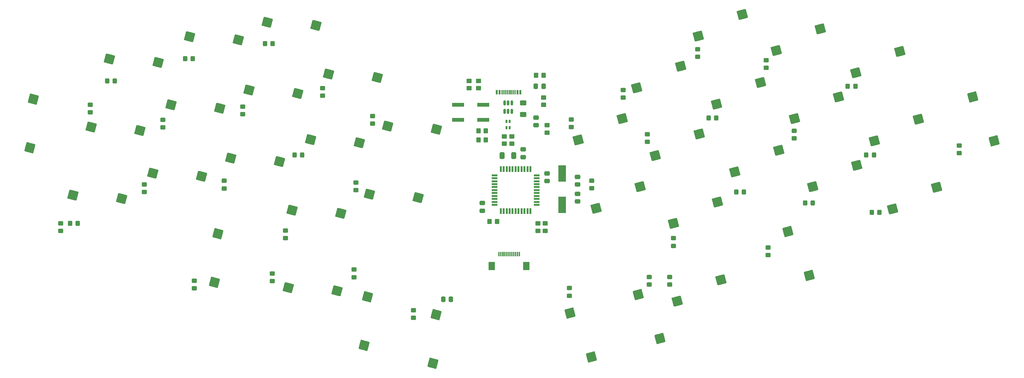
<source format=gbr>
%TF.GenerationSoftware,KiCad,Pcbnew,7.0.8*%
%TF.CreationDate,2023-10-18T22:01:12+02:00*%
%TF.ProjectId,acacia-2,61636163-6961-42d3-922e-6b696361645f,rev?*%
%TF.SameCoordinates,Original*%
%TF.FileFunction,Paste,Bot*%
%TF.FilePolarity,Positive*%
%FSLAX46Y46*%
G04 Gerber Fmt 4.6, Leading zero omitted, Abs format (unit mm)*
G04 Created by KiCad (PCBNEW 7.0.8) date 2023-10-18 22:01:12*
%MOMM*%
%LPD*%
G01*
G04 APERTURE LIST*
G04 Aperture macros list*
%AMRoundRect*
0 Rectangle with rounded corners*
0 $1 Rounding radius*
0 $2 $3 $4 $5 $6 $7 $8 $9 X,Y pos of 4 corners*
0 Add a 4 corners polygon primitive as box body*
4,1,4,$2,$3,$4,$5,$6,$7,$8,$9,$2,$3,0*
0 Add four circle primitives for the rounded corners*
1,1,$1+$1,$2,$3*
1,1,$1+$1,$4,$5*
1,1,$1+$1,$6,$7*
1,1,$1+$1,$8,$9*
0 Add four rect primitives between the rounded corners*
20,1,$1+$1,$2,$3,$4,$5,0*
20,1,$1+$1,$4,$5,$6,$7,0*
20,1,$1+$1,$6,$7,$8,$9,0*
20,1,$1+$1,$8,$9,$2,$3,0*%
G04 Aperture macros list end*
%ADD10RoundRect,0.200000X-0.766610X-1.292453X1.310130X-0.735992X0.766610X1.292453X-1.310130X0.735992X0*%
%ADD11RoundRect,0.200000X-1.310130X-0.735992X0.766610X-1.292453X1.310130X0.735992X-0.766610X1.292453X0*%
%ADD12RoundRect,0.200000X-1.292453X0.766610X-0.735992X-1.310130X1.292453X-0.766610X0.735992X1.310130X0*%
%ADD13RoundRect,0.200000X0.735992X-1.310130X1.292453X0.766610X-0.735992X1.310130X-1.292453X-0.766610X0*%
%ADD14RoundRect,0.250000X0.325000X0.450000X-0.325000X0.450000X-0.325000X-0.450000X0.325000X-0.450000X0*%
%ADD15R,2.000000X4.500000*%
%ADD16RoundRect,0.250000X-0.450000X0.325000X-0.450000X-0.325000X0.450000X-0.325000X0.450000X0.325000X0*%
%ADD17RoundRect,0.250000X-0.450000X0.350000X-0.450000X-0.350000X0.450000X-0.350000X0.450000X0.350000X0*%
%ADD18RoundRect,0.025500X-0.229500X-0.354500X0.229500X-0.354500X0.229500X0.354500X-0.229500X0.354500X0*%
%ADD19RoundRect,0.250000X0.450000X-0.325000X0.450000X0.325000X-0.450000X0.325000X-0.450000X-0.325000X0*%
%ADD20RoundRect,0.250000X0.475000X-0.337500X0.475000X0.337500X-0.475000X0.337500X-0.475000X-0.337500X0*%
%ADD21RoundRect,0.250000X-0.325000X-0.450000X0.325000X-0.450000X0.325000X0.450000X-0.325000X0.450000X0*%
%ADD22RoundRect,0.250000X0.337500X0.475000X-0.337500X0.475000X-0.337500X-0.475000X0.337500X-0.475000X0*%
%ADD23R,3.200000X1.000000*%
%ADD24RoundRect,0.250000X0.350000X0.450000X-0.350000X0.450000X-0.350000X-0.450000X0.350000X-0.450000X0*%
%ADD25RoundRect,0.250000X-0.475000X0.337500X-0.475000X-0.337500X0.475000X-0.337500X0.475000X0.337500X0*%
%ADD26RoundRect,0.250000X-0.412500X-0.650000X0.412500X-0.650000X0.412500X0.650000X-0.412500X0.650000X0*%
%ADD27RoundRect,0.250000X0.450000X-0.350000X0.450000X0.350000X-0.450000X0.350000X-0.450000X-0.350000X0*%
%ADD28R,0.550000X1.500000*%
%ADD29R,1.500000X0.550000*%
%ADD30RoundRect,0.150000X-0.150000X0.512500X-0.150000X-0.512500X0.150000X-0.512500X0.150000X0.512500X0*%
%ADD31R,0.600000X1.150000*%
%ADD32R,0.300000X1.150000*%
%ADD33R,0.300000X1.300000*%
%ADD34R,1.800000X2.200000*%
%ADD35RoundRect,0.250000X-0.350000X-0.450000X0.350000X-0.450000X0.350000X0.450000X-0.350000X0.450000X0*%
%ADD36RoundRect,0.250000X-0.625000X0.400000X-0.625000X-0.400000X0.625000X-0.400000X0.625000X0.400000X0*%
G04 APERTURE END LIST*
D10*
%TO.C,SW18*%
X213599015Y-57280281D03*
X225428138Y-51481076D03*
%TD*%
D11*
%TO.C,SW5*%
X125013816Y-63212815D03*
X138157739Y-64105118D03*
%TD*%
D10*
%TO.C,SW10*%
X251099015Y-48880281D03*
X262928138Y-43081076D03*
%TD*%
%TO.C,SW9*%
X229692112Y-42795082D03*
X241521235Y-36995877D03*
%TD*%
D11*
%TO.C,SW24*%
X82806913Y-71898014D03*
X95950836Y-72790317D03*
%TD*%
D10*
%TO.C,SW28*%
X201992112Y-89495082D03*
X213821235Y-83695877D03*
%TD*%
D12*
%TO.C,SW39*%
X282604918Y-55392112D03*
X288404123Y-67221235D03*
%TD*%
D11*
%TO.C,SW2*%
X71706913Y-39098014D03*
X84850836Y-39990317D03*
%TD*%
%TO.C,SW25*%
X99306913Y-85898014D03*
X112450836Y-86790317D03*
%TD*%
D12*
%TO.C,SW36*%
X174119719Y-113699015D03*
X179918924Y-125528138D03*
%TD*%
D11*
%TO.C,SW23*%
X61813816Y-75912815D03*
X74957739Y-76805118D03*
%TD*%
D13*
%TO.C,SW32*%
X28712815Y-69093087D03*
X29605118Y-55949164D03*
%TD*%
%TO.C,SW26*%
X118698014Y-122393087D03*
X119590317Y-109249164D03*
%TD*%
D11*
%TO.C,SW15*%
X120113816Y-81612815D03*
X133257739Y-82505118D03*
%TD*%
D10*
%TO.C,SW16*%
X181199015Y-85380281D03*
X193028138Y-79581076D03*
%TD*%
%TO.C,SW37*%
X202992112Y-110495082D03*
X214821235Y-104695877D03*
%TD*%
D11*
%TO.C,SW12*%
X66713816Y-57512815D03*
X79857739Y-58405118D03*
%TD*%
D10*
%TO.C,SW31*%
X261005918Y-85565480D03*
X272835041Y-79766275D03*
%TD*%
%TO.C,SW7*%
X192099015Y-52880281D03*
X203928138Y-47081076D03*
%TD*%
D13*
%TO.C,SW35*%
X137227616Y-127279281D03*
X138119919Y-114135358D03*
%TD*%
D11*
%TO.C,SW4*%
X109113816Y-49212815D03*
X122257739Y-50105118D03*
%TD*%
%TO.C,SW34*%
X111450836Y-107690317D03*
X98306913Y-106798014D03*
%TD*%
%TO.C,SW22*%
X40306913Y-81898014D03*
X53450836Y-82790317D03*
%TD*%
D10*
%TO.C,SW6*%
X176392112Y-66995082D03*
X188221235Y-61195877D03*
%TD*%
%TO.C,SW8*%
X208692112Y-38895082D03*
X220521235Y-33095877D03*
%TD*%
D11*
%TO.C,SW13*%
X87706913Y-53498014D03*
X100850836Y-54390317D03*
%TD*%
D10*
%TO.C,SW17*%
X197099015Y-71180281D03*
X208928138Y-65381076D03*
%TD*%
D11*
%TO.C,SW1*%
X50113816Y-45112815D03*
X63257739Y-46005118D03*
%TD*%
D10*
%TO.C,SW19*%
X234599015Y-61180281D03*
X246428138Y-55381076D03*
%TD*%
%TO.C,SW20*%
X256099015Y-67180281D03*
X267928138Y-61381076D03*
%TD*%
D11*
%TO.C,SW11*%
X45206913Y-63498014D03*
X58350836Y-64390317D03*
%TD*%
D13*
%TO.C,SW33*%
X78398014Y-105393087D03*
X79290317Y-92249164D03*
%TD*%
D12*
%TO.C,SW27*%
X192534520Y-108705918D03*
X198333725Y-120535041D03*
%TD*%
D10*
%TO.C,SW30*%
X239499015Y-79580281D03*
X251328138Y-73781076D03*
%TD*%
D11*
%TO.C,SW3*%
X92606913Y-35198014D03*
X105750836Y-36090317D03*
%TD*%
D10*
%TO.C,SW29*%
X218559015Y-75580281D03*
X230388138Y-69781076D03*
%TD*%
D11*
%TO.C,SW14*%
X104303816Y-66832815D03*
X117447739Y-67725118D03*
%TD*%
D12*
%TO.C,SW38*%
X232804918Y-91692112D03*
X238604123Y-103521235D03*
%TD*%
D14*
%TO.C,D21*%
X41550000Y-89500000D03*
X39500000Y-89500000D03*
%TD*%
D15*
%TO.C,Y1*%
X172000000Y-84500000D03*
X172000000Y-76000000D03*
%TD*%
D16*
%TO.C,D6*%
X174500000Y-61450000D03*
X174500000Y-63500000D03*
%TD*%
D17*
%TO.C,R6*%
X147000000Y-51000000D03*
X147000000Y-53000000D03*
%TD*%
D18*
%TO.C,FL1*%
X157065000Y-63670000D03*
X157065000Y-62000000D03*
X157935000Y-62000000D03*
X157935000Y-63670000D03*
%TD*%
D19*
%TO.C,D31*%
X37000000Y-91550000D03*
X37000000Y-89500000D03*
%TD*%
D20*
%TO.C,C5*%
X161500000Y-71575000D03*
X161500000Y-69500000D03*
%TD*%
D17*
%TO.C,R7*%
X149500000Y-51000000D03*
X149500000Y-53000000D03*
%TD*%
D21*
%TO.C,D14*%
X99950000Y-71000000D03*
X102000000Y-71000000D03*
%TD*%
D16*
%TO.C,D25*%
X116000000Y-101950000D03*
X116000000Y-104000000D03*
%TD*%
%TO.C,D35*%
X174000000Y-106950000D03*
X174000000Y-109000000D03*
%TD*%
D22*
%TO.C,C6*%
X142075000Y-110000000D03*
X140000000Y-110000000D03*
%TD*%
D16*
%TO.C,D17*%
X195000000Y-65450000D03*
X195000000Y-67500000D03*
%TD*%
D19*
%TO.C,D27*%
X202000000Y-95550000D03*
X202000000Y-93500000D03*
%TD*%
D23*
%TO.C,SW21*%
X150800000Y-57500000D03*
X144000000Y-57500000D03*
X150800000Y-61500000D03*
X144000000Y-61500000D03*
%TD*%
D16*
%TO.C,D34*%
X132000000Y-112950000D03*
X132000000Y-115000000D03*
%TD*%
D20*
%TO.C,C9*%
X150500000Y-86075000D03*
X150500000Y-84000000D03*
%TD*%
D16*
%TO.C,D11*%
X44950000Y-57450000D03*
X44950000Y-59500000D03*
%TD*%
D19*
%TO.C,D13*%
X86000000Y-60050000D03*
X86000000Y-58000000D03*
%TD*%
D14*
%TO.C,D1*%
X51550000Y-51000000D03*
X49500000Y-51000000D03*
%TD*%
D17*
%TO.C,FB1*%
X168000000Y-63000000D03*
X168000000Y-65000000D03*
%TD*%
D21*
%TO.C,D10*%
X248950000Y-52500000D03*
X251000000Y-52500000D03*
%TD*%
D16*
%TO.C,D15*%
X116500000Y-78450000D03*
X116500000Y-80500000D03*
%TD*%
D24*
%TO.C,R5*%
X154500000Y-89000000D03*
X152500000Y-89000000D03*
%TD*%
%TO.C,R10*%
X167000000Y-49500000D03*
X165000000Y-49500000D03*
%TD*%
D19*
%TO.C,D37*%
X227500000Y-98050000D03*
X227500000Y-96000000D03*
%TD*%
D25*
%TO.C,C3*%
X176200000Y-81500000D03*
X176200000Y-83575000D03*
%TD*%
D26*
%TO.C,C1*%
X155875000Y-71200000D03*
X159000000Y-71200000D03*
%TD*%
D19*
%TO.C,D19*%
X234500000Y-66550000D03*
X234500000Y-64500000D03*
%TD*%
D20*
%TO.C,C4*%
X176200000Y-79000000D03*
X176200000Y-76925000D03*
%TD*%
D22*
%TO.C,C8*%
X167037500Y-52500000D03*
X164962500Y-52500000D03*
%TD*%
D14*
%TO.C,D2*%
X72550000Y-45000000D03*
X70500000Y-45000000D03*
%TD*%
D19*
%TO.C,D7*%
X188500000Y-55550000D03*
X188500000Y-53500000D03*
%TD*%
D25*
%TO.C,C7*%
X165000000Y-60925000D03*
X165000000Y-63000000D03*
%TD*%
%TO.C,C2*%
X168000000Y-76000000D03*
X168000000Y-78075000D03*
%TD*%
D17*
%TO.C,R8*%
X158500000Y-66000000D03*
X158500000Y-68000000D03*
%TD*%
D19*
%TO.C,D22*%
X59500000Y-81050000D03*
X59500000Y-79000000D03*
%TD*%
D27*
%TO.C,FB2*%
X167000000Y-57500000D03*
X167000000Y-55500000D03*
%TD*%
D24*
%TO.C,R1*%
X151500000Y-64500000D03*
X149500000Y-64500000D03*
%TD*%
D16*
%TO.C,D36*%
X201000000Y-103950000D03*
X201000000Y-106000000D03*
%TD*%
D19*
%TO.C,D9*%
X227000000Y-47525000D03*
X227000000Y-45475000D03*
%TD*%
%TO.C,D24*%
X97500000Y-93500000D03*
X97500000Y-91450000D03*
%TD*%
D14*
%TO.C,D29*%
X239550000Y-84000000D03*
X237500000Y-84000000D03*
%TD*%
D17*
%TO.C,R9*%
X156500000Y-66000000D03*
X156500000Y-68000000D03*
%TD*%
D21*
%TO.C,D18*%
X211450000Y-61000000D03*
X213500000Y-61000000D03*
%TD*%
D28*
%TO.C,U1*%
X155500000Y-74800000D03*
X156300000Y-74800000D03*
X157100000Y-74800000D03*
X157900000Y-74800000D03*
X158700000Y-74800000D03*
X159500000Y-74800000D03*
X160300000Y-74800000D03*
X161100000Y-74800000D03*
X161900000Y-74800000D03*
X162700000Y-74800000D03*
X163500000Y-74800000D03*
D29*
X165200000Y-76500000D03*
X165200000Y-77300000D03*
X165200000Y-78100000D03*
X165200000Y-78900000D03*
X165200000Y-79700000D03*
X165200000Y-80500000D03*
X165200000Y-81300000D03*
X165200000Y-82100000D03*
X165200000Y-82900000D03*
X165200000Y-83700000D03*
X165200000Y-84500000D03*
D28*
X163500000Y-86200000D03*
X162700000Y-86200000D03*
X161900000Y-86200000D03*
X161100000Y-86200000D03*
X160300000Y-86200000D03*
X159500000Y-86200000D03*
X158700000Y-86200000D03*
X157900000Y-86200000D03*
X157100000Y-86200000D03*
X156300000Y-86200000D03*
X155500000Y-86200000D03*
D29*
X153800000Y-84500000D03*
X153800000Y-83700000D03*
X153800000Y-82900000D03*
X153800000Y-82100000D03*
X153800000Y-81300000D03*
X153800000Y-80500000D03*
X153800000Y-79700000D03*
X153800000Y-78900000D03*
X153800000Y-78100000D03*
X153800000Y-77300000D03*
X153800000Y-76500000D03*
%TD*%
D16*
%TO.C,D16*%
X180000000Y-77950000D03*
X180000000Y-80000000D03*
%TD*%
%TO.C,D33*%
X94000000Y-103000000D03*
X94000000Y-105050000D03*
%TD*%
D30*
%TO.C,U2*%
X156550000Y-57000000D03*
X157500000Y-57000000D03*
X158450000Y-57000000D03*
X158450000Y-59275000D03*
X157500000Y-59275000D03*
X156550000Y-59275000D03*
%TD*%
D31*
%TO.C,J3*%
X154410000Y-54075000D03*
X155210000Y-54075000D03*
D32*
X156360000Y-54075000D03*
X157360000Y-54075000D03*
X157860000Y-54075000D03*
X158860000Y-54075000D03*
D31*
X160010000Y-54075000D03*
X160810000Y-54075000D03*
D32*
X159360000Y-54075000D03*
X158360000Y-54075000D03*
X156860000Y-54075000D03*
X155860000Y-54075000D03*
%TD*%
D14*
%TO.C,D3*%
X94050000Y-41000000D03*
X92000000Y-41000000D03*
%TD*%
D19*
%TO.C,D38*%
X279000000Y-70550000D03*
X279000000Y-68500000D03*
%TD*%
%TO.C,D4*%
X107500000Y-55050000D03*
X107500000Y-53000000D03*
%TD*%
D21*
%TO.C,D20*%
X253950000Y-71000000D03*
X256000000Y-71000000D03*
%TD*%
D17*
%TO.C,R3*%
X167500000Y-89500000D03*
X167500000Y-91500000D03*
%TD*%
D16*
%TO.C,D5*%
X121000000Y-60500000D03*
X121000000Y-62550000D03*
%TD*%
D19*
%TO.C,D32*%
X73000000Y-107025000D03*
X73000000Y-104975000D03*
%TD*%
%TO.C,D23*%
X81000000Y-80050000D03*
X81000000Y-78000000D03*
%TD*%
D33*
%TO.C,J2*%
X160500000Y-97750000D03*
X160000000Y-97750000D03*
X159500000Y-97750000D03*
X159000000Y-97750000D03*
X158500000Y-97750000D03*
X158000000Y-97750000D03*
X157500000Y-97750000D03*
X157000000Y-97750000D03*
X156500000Y-97750000D03*
X156000000Y-97750000D03*
X155500000Y-97750000D03*
X155000000Y-97750000D03*
D34*
X162400000Y-101000000D03*
X153100000Y-101000000D03*
%TD*%
D14*
%TO.C,D28*%
X221000000Y-81000000D03*
X218950000Y-81000000D03*
%TD*%
D21*
%TO.C,D30*%
X255450000Y-86500000D03*
X257500000Y-86500000D03*
%TD*%
D35*
%TO.C,R2*%
X149500000Y-67000000D03*
X151500000Y-67000000D03*
%TD*%
D19*
%TO.C,D8*%
X208500000Y-44550000D03*
X208500000Y-42500000D03*
%TD*%
D17*
%TO.C,R4*%
X165500000Y-89500000D03*
X165500000Y-91500000D03*
%TD*%
D19*
%TO.C,D12*%
X64500000Y-63550000D03*
X64500000Y-61500000D03*
%TD*%
D16*
%TO.C,D26*%
X195500000Y-103950000D03*
X195500000Y-106000000D03*
%TD*%
D36*
%TO.C,F1*%
X161500000Y-57000000D03*
X161500000Y-60100000D03*
%TD*%
M02*

</source>
